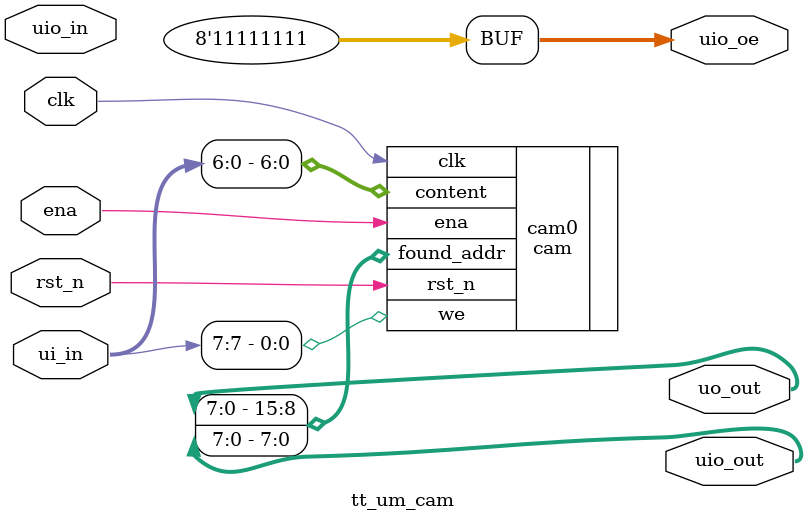
<source format=v>

module tt_um_cam(input  wire [7:0] ui_in,
                 output wire [7:0] uo_out,
                 input  wire [7:0] uio_in,
                 output wire [7:0] uio_out,
                 output wire [7:0] uio_oe,
                 input  wire       ena,
                 input  wire       clk,
                 input  wire       rst_n);
  
  assign uio_oe = 8'hff;
  
  cam cam0 (.clk(clk), .ena(ena), .rst_n(rst_n),
            .we(ui_in[7]), .content(ui_in[6:0]),
            .found_addr({uo_out, uio_out}));
endmodule

</source>
